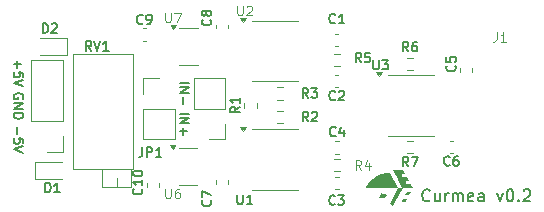
<source format=gbr>
%TF.GenerationSoftware,KiCad,Pcbnew,8.0.1*%
%TF.CreationDate,2024-10-18T10:30:41+02:00*%
%TF.ProjectId,Curmea,4375726d-6561-42e6-9b69-6361645f7063,rev?*%
%TF.SameCoordinates,Original*%
%TF.FileFunction,Legend,Top*%
%TF.FilePolarity,Positive*%
%FSLAX46Y46*%
G04 Gerber Fmt 4.6, Leading zero omitted, Abs format (unit mm)*
G04 Created by KiCad (PCBNEW 8.0.1) date 2024-10-18 10:30:41*
%MOMM*%
%LPD*%
G01*
G04 APERTURE LIST*
%ADD10C,0.150000*%
%ADD11C,0.125000*%
%ADD12C,0.120000*%
%ADD13C,0.000000*%
G04 APERTURE END LIST*
D10*
X149658207Y-86524580D02*
X149610588Y-86572200D01*
X149610588Y-86572200D02*
X149467731Y-86619819D01*
X149467731Y-86619819D02*
X149372493Y-86619819D01*
X149372493Y-86619819D02*
X149229636Y-86572200D01*
X149229636Y-86572200D02*
X149134398Y-86476961D01*
X149134398Y-86476961D02*
X149086779Y-86381723D01*
X149086779Y-86381723D02*
X149039160Y-86191247D01*
X149039160Y-86191247D02*
X149039160Y-86048390D01*
X149039160Y-86048390D02*
X149086779Y-85857914D01*
X149086779Y-85857914D02*
X149134398Y-85762676D01*
X149134398Y-85762676D02*
X149229636Y-85667438D01*
X149229636Y-85667438D02*
X149372493Y-85619819D01*
X149372493Y-85619819D02*
X149467731Y-85619819D01*
X149467731Y-85619819D02*
X149610588Y-85667438D01*
X149610588Y-85667438D02*
X149658207Y-85715057D01*
X150515350Y-85953152D02*
X150515350Y-86619819D01*
X150086779Y-85953152D02*
X150086779Y-86476961D01*
X150086779Y-86476961D02*
X150134398Y-86572200D01*
X150134398Y-86572200D02*
X150229636Y-86619819D01*
X150229636Y-86619819D02*
X150372493Y-86619819D01*
X150372493Y-86619819D02*
X150467731Y-86572200D01*
X150467731Y-86572200D02*
X150515350Y-86524580D01*
X150991541Y-86619819D02*
X150991541Y-85953152D01*
X150991541Y-86143628D02*
X151039160Y-86048390D01*
X151039160Y-86048390D02*
X151086779Y-86000771D01*
X151086779Y-86000771D02*
X151182017Y-85953152D01*
X151182017Y-85953152D02*
X151277255Y-85953152D01*
X151610589Y-86619819D02*
X151610589Y-85953152D01*
X151610589Y-86048390D02*
X151658208Y-86000771D01*
X151658208Y-86000771D02*
X151753446Y-85953152D01*
X151753446Y-85953152D02*
X151896303Y-85953152D01*
X151896303Y-85953152D02*
X151991541Y-86000771D01*
X151991541Y-86000771D02*
X152039160Y-86096009D01*
X152039160Y-86096009D02*
X152039160Y-86619819D01*
X152039160Y-86096009D02*
X152086779Y-86000771D01*
X152086779Y-86000771D02*
X152182017Y-85953152D01*
X152182017Y-85953152D02*
X152324874Y-85953152D01*
X152324874Y-85953152D02*
X152420113Y-86000771D01*
X152420113Y-86000771D02*
X152467732Y-86096009D01*
X152467732Y-86096009D02*
X152467732Y-86619819D01*
X153324874Y-86572200D02*
X153229636Y-86619819D01*
X153229636Y-86619819D02*
X153039160Y-86619819D01*
X153039160Y-86619819D02*
X152943922Y-86572200D01*
X152943922Y-86572200D02*
X152896303Y-86476961D01*
X152896303Y-86476961D02*
X152896303Y-86096009D01*
X152896303Y-86096009D02*
X152943922Y-86000771D01*
X152943922Y-86000771D02*
X153039160Y-85953152D01*
X153039160Y-85953152D02*
X153229636Y-85953152D01*
X153229636Y-85953152D02*
X153324874Y-86000771D01*
X153324874Y-86000771D02*
X153372493Y-86096009D01*
X153372493Y-86096009D02*
X153372493Y-86191247D01*
X153372493Y-86191247D02*
X152896303Y-86286485D01*
X154229636Y-86619819D02*
X154229636Y-86096009D01*
X154229636Y-86096009D02*
X154182017Y-86000771D01*
X154182017Y-86000771D02*
X154086779Y-85953152D01*
X154086779Y-85953152D02*
X153896303Y-85953152D01*
X153896303Y-85953152D02*
X153801065Y-86000771D01*
X154229636Y-86572200D02*
X154134398Y-86619819D01*
X154134398Y-86619819D02*
X153896303Y-86619819D01*
X153896303Y-86619819D02*
X153801065Y-86572200D01*
X153801065Y-86572200D02*
X153753446Y-86476961D01*
X153753446Y-86476961D02*
X153753446Y-86381723D01*
X153753446Y-86381723D02*
X153801065Y-86286485D01*
X153801065Y-86286485D02*
X153896303Y-86238866D01*
X153896303Y-86238866D02*
X154134398Y-86238866D01*
X154134398Y-86238866D02*
X154229636Y-86191247D01*
X155372494Y-85953152D02*
X155610589Y-86619819D01*
X155610589Y-86619819D02*
X155848684Y-85953152D01*
X156420113Y-85619819D02*
X156515351Y-85619819D01*
X156515351Y-85619819D02*
X156610589Y-85667438D01*
X156610589Y-85667438D02*
X156658208Y-85715057D01*
X156658208Y-85715057D02*
X156705827Y-85810295D01*
X156705827Y-85810295D02*
X156753446Y-86000771D01*
X156753446Y-86000771D02*
X156753446Y-86238866D01*
X156753446Y-86238866D02*
X156705827Y-86429342D01*
X156705827Y-86429342D02*
X156658208Y-86524580D01*
X156658208Y-86524580D02*
X156610589Y-86572200D01*
X156610589Y-86572200D02*
X156515351Y-86619819D01*
X156515351Y-86619819D02*
X156420113Y-86619819D01*
X156420113Y-86619819D02*
X156324875Y-86572200D01*
X156324875Y-86572200D02*
X156277256Y-86524580D01*
X156277256Y-86524580D02*
X156229637Y-86429342D01*
X156229637Y-86429342D02*
X156182018Y-86238866D01*
X156182018Y-86238866D02*
X156182018Y-86000771D01*
X156182018Y-86000771D02*
X156229637Y-85810295D01*
X156229637Y-85810295D02*
X156277256Y-85715057D01*
X156277256Y-85715057D02*
X156324875Y-85667438D01*
X156324875Y-85667438D02*
X156420113Y-85619819D01*
X157182018Y-86524580D02*
X157229637Y-86572200D01*
X157229637Y-86572200D02*
X157182018Y-86619819D01*
X157182018Y-86619819D02*
X157134399Y-86572200D01*
X157134399Y-86572200D02*
X157182018Y-86524580D01*
X157182018Y-86524580D02*
X157182018Y-86619819D01*
X157610589Y-85715057D02*
X157658208Y-85667438D01*
X157658208Y-85667438D02*
X157753446Y-85619819D01*
X157753446Y-85619819D02*
X157991541Y-85619819D01*
X157991541Y-85619819D02*
X158086779Y-85667438D01*
X158086779Y-85667438D02*
X158134398Y-85715057D01*
X158134398Y-85715057D02*
X158182017Y-85810295D01*
X158182017Y-85810295D02*
X158182017Y-85905533D01*
X158182017Y-85905533D02*
X158134398Y-86048390D01*
X158134398Y-86048390D02*
X157562970Y-86619819D01*
X157562970Y-86619819D02*
X158182017Y-86619819D01*
X128505704Y-79189160D02*
X129305704Y-79189160D01*
X128505704Y-79570112D02*
X129305704Y-79570112D01*
X129305704Y-79570112D02*
X128505704Y-80027255D01*
X128505704Y-80027255D02*
X129305704Y-80027255D01*
X128810466Y-80408207D02*
X128810466Y-81017731D01*
X128505704Y-80712969D02*
X129115228Y-80712969D01*
X114760466Y-74729160D02*
X114760466Y-75338684D01*
X114455704Y-75033922D02*
X115065228Y-75033922D01*
X115255704Y-76100588D02*
X115255704Y-75719636D01*
X115255704Y-75719636D02*
X114874752Y-75681540D01*
X114874752Y-75681540D02*
X114912847Y-75719636D01*
X114912847Y-75719636D02*
X114950942Y-75795826D01*
X114950942Y-75795826D02*
X114950942Y-75986302D01*
X114950942Y-75986302D02*
X114912847Y-76062493D01*
X114912847Y-76062493D02*
X114874752Y-76100588D01*
X114874752Y-76100588D02*
X114798561Y-76138683D01*
X114798561Y-76138683D02*
X114608085Y-76138683D01*
X114608085Y-76138683D02*
X114531895Y-76100588D01*
X114531895Y-76100588D02*
X114493800Y-76062493D01*
X114493800Y-76062493D02*
X114455704Y-75986302D01*
X114455704Y-75986302D02*
X114455704Y-75795826D01*
X114455704Y-75795826D02*
X114493800Y-75719636D01*
X114493800Y-75719636D02*
X114531895Y-75681540D01*
X115255704Y-76367255D02*
X114455704Y-76633922D01*
X114455704Y-76633922D02*
X115255704Y-76900588D01*
X128505704Y-76589160D02*
X129305704Y-76589160D01*
X128505704Y-76970112D02*
X129305704Y-76970112D01*
X129305704Y-76970112D02*
X128505704Y-77427255D01*
X128505704Y-77427255D02*
X129305704Y-77427255D01*
X128810466Y-77808207D02*
X128810466Y-78417731D01*
X114760466Y-80329160D02*
X114760466Y-80938684D01*
X115255704Y-81700588D02*
X115255704Y-81319636D01*
X115255704Y-81319636D02*
X114874752Y-81281540D01*
X114874752Y-81281540D02*
X114912847Y-81319636D01*
X114912847Y-81319636D02*
X114950942Y-81395826D01*
X114950942Y-81395826D02*
X114950942Y-81586302D01*
X114950942Y-81586302D02*
X114912847Y-81662493D01*
X114912847Y-81662493D02*
X114874752Y-81700588D01*
X114874752Y-81700588D02*
X114798561Y-81738683D01*
X114798561Y-81738683D02*
X114608085Y-81738683D01*
X114608085Y-81738683D02*
X114531895Y-81700588D01*
X114531895Y-81700588D02*
X114493800Y-81662493D01*
X114493800Y-81662493D02*
X114455704Y-81586302D01*
X114455704Y-81586302D02*
X114455704Y-81395826D01*
X114455704Y-81395826D02*
X114493800Y-81319636D01*
X114493800Y-81319636D02*
X114531895Y-81281540D01*
X115255704Y-81967255D02*
X114455704Y-82233922D01*
X114455704Y-82233922D02*
X115255704Y-82500588D01*
X115217609Y-77948207D02*
X115255704Y-77872017D01*
X115255704Y-77872017D02*
X115255704Y-77757731D01*
X115255704Y-77757731D02*
X115217609Y-77643445D01*
X115217609Y-77643445D02*
X115141419Y-77567255D01*
X115141419Y-77567255D02*
X115065228Y-77529160D01*
X115065228Y-77529160D02*
X114912847Y-77491064D01*
X114912847Y-77491064D02*
X114798561Y-77491064D01*
X114798561Y-77491064D02*
X114646180Y-77529160D01*
X114646180Y-77529160D02*
X114569990Y-77567255D01*
X114569990Y-77567255D02*
X114493800Y-77643445D01*
X114493800Y-77643445D02*
X114455704Y-77757731D01*
X114455704Y-77757731D02*
X114455704Y-77833922D01*
X114455704Y-77833922D02*
X114493800Y-77948207D01*
X114493800Y-77948207D02*
X114531895Y-77986303D01*
X114531895Y-77986303D02*
X114798561Y-77986303D01*
X114798561Y-77986303D02*
X114798561Y-77833922D01*
X114455704Y-78329160D02*
X115255704Y-78329160D01*
X115255704Y-78329160D02*
X114455704Y-78786303D01*
X114455704Y-78786303D02*
X115255704Y-78786303D01*
X114455704Y-79167255D02*
X115255704Y-79167255D01*
X115255704Y-79167255D02*
X115255704Y-79357731D01*
X115255704Y-79357731D02*
X115217609Y-79472017D01*
X115217609Y-79472017D02*
X115141419Y-79548207D01*
X115141419Y-79548207D02*
X115065228Y-79586302D01*
X115065228Y-79586302D02*
X114912847Y-79624398D01*
X114912847Y-79624398D02*
X114798561Y-79624398D01*
X114798561Y-79624398D02*
X114646180Y-79586302D01*
X114646180Y-79586302D02*
X114569990Y-79548207D01*
X114569990Y-79548207D02*
X114493800Y-79472017D01*
X114493800Y-79472017D02*
X114455704Y-79357731D01*
X114455704Y-79357731D02*
X114455704Y-79167255D01*
D11*
X127290476Y-85563595D02*
X127290476Y-86211214D01*
X127290476Y-86211214D02*
X127328571Y-86287404D01*
X127328571Y-86287404D02*
X127366666Y-86325500D01*
X127366666Y-86325500D02*
X127442857Y-86363595D01*
X127442857Y-86363595D02*
X127595238Y-86363595D01*
X127595238Y-86363595D02*
X127671428Y-86325500D01*
X127671428Y-86325500D02*
X127709523Y-86287404D01*
X127709523Y-86287404D02*
X127747619Y-86211214D01*
X127747619Y-86211214D02*
X127747619Y-85563595D01*
X128471428Y-85563595D02*
X128319047Y-85563595D01*
X128319047Y-85563595D02*
X128242856Y-85601690D01*
X128242856Y-85601690D02*
X128204761Y-85639785D01*
X128204761Y-85639785D02*
X128128571Y-85754071D01*
X128128571Y-85754071D02*
X128090475Y-85906452D01*
X128090475Y-85906452D02*
X128090475Y-86211214D01*
X128090475Y-86211214D02*
X128128571Y-86287404D01*
X128128571Y-86287404D02*
X128166666Y-86325500D01*
X128166666Y-86325500D02*
X128242856Y-86363595D01*
X128242856Y-86363595D02*
X128395237Y-86363595D01*
X128395237Y-86363595D02*
X128471428Y-86325500D01*
X128471428Y-86325500D02*
X128509523Y-86287404D01*
X128509523Y-86287404D02*
X128547618Y-86211214D01*
X128547618Y-86211214D02*
X128547618Y-86020738D01*
X128547618Y-86020738D02*
X128509523Y-85944547D01*
X128509523Y-85944547D02*
X128471428Y-85906452D01*
X128471428Y-85906452D02*
X128395237Y-85868357D01*
X128395237Y-85868357D02*
X128242856Y-85868357D01*
X128242856Y-85868357D02*
X128166666Y-85906452D01*
X128166666Y-85906452D02*
X128128571Y-85944547D01*
X128128571Y-85944547D02*
X128090475Y-86020738D01*
D10*
X121023810Y-73862295D02*
X120757143Y-73481342D01*
X120566667Y-73862295D02*
X120566667Y-73062295D01*
X120566667Y-73062295D02*
X120871429Y-73062295D01*
X120871429Y-73062295D02*
X120947619Y-73100390D01*
X120947619Y-73100390D02*
X120985714Y-73138485D01*
X120985714Y-73138485D02*
X121023810Y-73214676D01*
X121023810Y-73214676D02*
X121023810Y-73328961D01*
X121023810Y-73328961D02*
X120985714Y-73405152D01*
X120985714Y-73405152D02*
X120947619Y-73443247D01*
X120947619Y-73443247D02*
X120871429Y-73481342D01*
X120871429Y-73481342D02*
X120566667Y-73481342D01*
X121252381Y-73062295D02*
X121519048Y-73862295D01*
X121519048Y-73862295D02*
X121785714Y-73062295D01*
X122471428Y-73862295D02*
X122014285Y-73862295D01*
X122242857Y-73862295D02*
X122242857Y-73062295D01*
X122242857Y-73062295D02*
X122166666Y-73176580D01*
X122166666Y-73176580D02*
X122090476Y-73252771D01*
X122090476Y-73252771D02*
X122014285Y-73290866D01*
X133564468Y-78610005D02*
X133183515Y-78876672D01*
X133564468Y-79067148D02*
X132764468Y-79067148D01*
X132764468Y-79067148D02*
X132764468Y-78762386D01*
X132764468Y-78762386D02*
X132802563Y-78686196D01*
X132802563Y-78686196D02*
X132840658Y-78648101D01*
X132840658Y-78648101D02*
X132916849Y-78610005D01*
X132916849Y-78610005D02*
X133031134Y-78610005D01*
X133031134Y-78610005D02*
X133107325Y-78648101D01*
X133107325Y-78648101D02*
X133145420Y-78686196D01*
X133145420Y-78686196D02*
X133183515Y-78762386D01*
X133183515Y-78762386D02*
X133183515Y-79067148D01*
X133564468Y-77848101D02*
X133564468Y-78305244D01*
X133564468Y-78076672D02*
X132764468Y-78076672D01*
X132764468Y-78076672D02*
X132878753Y-78152863D01*
X132878753Y-78152863D02*
X132954944Y-78229053D01*
X132954944Y-78229053D02*
X132993039Y-78305244D01*
X151786104Y-75133332D02*
X151824200Y-75171428D01*
X151824200Y-75171428D02*
X151862295Y-75285713D01*
X151862295Y-75285713D02*
X151862295Y-75361904D01*
X151862295Y-75361904D02*
X151824200Y-75476190D01*
X151824200Y-75476190D02*
X151748009Y-75552380D01*
X151748009Y-75552380D02*
X151671819Y-75590475D01*
X151671819Y-75590475D02*
X151519438Y-75628571D01*
X151519438Y-75628571D02*
X151405152Y-75628571D01*
X151405152Y-75628571D02*
X151252771Y-75590475D01*
X151252771Y-75590475D02*
X151176580Y-75552380D01*
X151176580Y-75552380D02*
X151100390Y-75476190D01*
X151100390Y-75476190D02*
X151062295Y-75361904D01*
X151062295Y-75361904D02*
X151062295Y-75285713D01*
X151062295Y-75285713D02*
X151100390Y-75171428D01*
X151100390Y-75171428D02*
X151138485Y-75133332D01*
X151062295Y-74409523D02*
X151062295Y-74790475D01*
X151062295Y-74790475D02*
X151443247Y-74828571D01*
X151443247Y-74828571D02*
X151405152Y-74790475D01*
X151405152Y-74790475D02*
X151367057Y-74714285D01*
X151367057Y-74714285D02*
X151367057Y-74523809D01*
X151367057Y-74523809D02*
X151405152Y-74447618D01*
X151405152Y-74447618D02*
X151443247Y-74409523D01*
X151443247Y-74409523D02*
X151519438Y-74371428D01*
X151519438Y-74371428D02*
X151709914Y-74371428D01*
X151709914Y-74371428D02*
X151786104Y-74409523D01*
X151786104Y-74409523D02*
X151824200Y-74447618D01*
X151824200Y-74447618D02*
X151862295Y-74523809D01*
X151862295Y-74523809D02*
X151862295Y-74714285D01*
X151862295Y-74714285D02*
X151824200Y-74790475D01*
X151824200Y-74790475D02*
X151786104Y-74828571D01*
X139366667Y-79862295D02*
X139100000Y-79481342D01*
X138909524Y-79862295D02*
X138909524Y-79062295D01*
X138909524Y-79062295D02*
X139214286Y-79062295D01*
X139214286Y-79062295D02*
X139290476Y-79100390D01*
X139290476Y-79100390D02*
X139328571Y-79138485D01*
X139328571Y-79138485D02*
X139366667Y-79214676D01*
X139366667Y-79214676D02*
X139366667Y-79328961D01*
X139366667Y-79328961D02*
X139328571Y-79405152D01*
X139328571Y-79405152D02*
X139290476Y-79443247D01*
X139290476Y-79443247D02*
X139214286Y-79481342D01*
X139214286Y-79481342D02*
X138909524Y-79481342D01*
X139671428Y-79138485D02*
X139709524Y-79100390D01*
X139709524Y-79100390D02*
X139785714Y-79062295D01*
X139785714Y-79062295D02*
X139976190Y-79062295D01*
X139976190Y-79062295D02*
X140052381Y-79100390D01*
X140052381Y-79100390D02*
X140090476Y-79138485D01*
X140090476Y-79138485D02*
X140128571Y-79214676D01*
X140128571Y-79214676D02*
X140128571Y-79290866D01*
X140128571Y-79290866D02*
X140090476Y-79405152D01*
X140090476Y-79405152D02*
X139633333Y-79862295D01*
X139633333Y-79862295D02*
X140128571Y-79862295D01*
X143866667Y-74862295D02*
X143600000Y-74481342D01*
X143409524Y-74862295D02*
X143409524Y-74062295D01*
X143409524Y-74062295D02*
X143714286Y-74062295D01*
X143714286Y-74062295D02*
X143790476Y-74100390D01*
X143790476Y-74100390D02*
X143828571Y-74138485D01*
X143828571Y-74138485D02*
X143866667Y-74214676D01*
X143866667Y-74214676D02*
X143866667Y-74328961D01*
X143866667Y-74328961D02*
X143828571Y-74405152D01*
X143828571Y-74405152D02*
X143790476Y-74443247D01*
X143790476Y-74443247D02*
X143714286Y-74481342D01*
X143714286Y-74481342D02*
X143409524Y-74481342D01*
X144590476Y-74062295D02*
X144209524Y-74062295D01*
X144209524Y-74062295D02*
X144171428Y-74443247D01*
X144171428Y-74443247D02*
X144209524Y-74405152D01*
X144209524Y-74405152D02*
X144285714Y-74367057D01*
X144285714Y-74367057D02*
X144476190Y-74367057D01*
X144476190Y-74367057D02*
X144552381Y-74405152D01*
X144552381Y-74405152D02*
X144590476Y-74443247D01*
X144590476Y-74443247D02*
X144628571Y-74519438D01*
X144628571Y-74519438D02*
X144628571Y-74709914D01*
X144628571Y-74709914D02*
X144590476Y-74786104D01*
X144590476Y-74786104D02*
X144552381Y-74824200D01*
X144552381Y-74824200D02*
X144476190Y-74862295D01*
X144476190Y-74862295D02*
X144285714Y-74862295D01*
X144285714Y-74862295D02*
X144209524Y-74824200D01*
X144209524Y-74824200D02*
X144171428Y-74786104D01*
X139366667Y-77862295D02*
X139100000Y-77481342D01*
X138909524Y-77862295D02*
X138909524Y-77062295D01*
X138909524Y-77062295D02*
X139214286Y-77062295D01*
X139214286Y-77062295D02*
X139290476Y-77100390D01*
X139290476Y-77100390D02*
X139328571Y-77138485D01*
X139328571Y-77138485D02*
X139366667Y-77214676D01*
X139366667Y-77214676D02*
X139366667Y-77328961D01*
X139366667Y-77328961D02*
X139328571Y-77405152D01*
X139328571Y-77405152D02*
X139290476Y-77443247D01*
X139290476Y-77443247D02*
X139214286Y-77481342D01*
X139214286Y-77481342D02*
X138909524Y-77481342D01*
X139633333Y-77062295D02*
X140128571Y-77062295D01*
X140128571Y-77062295D02*
X139861905Y-77367057D01*
X139861905Y-77367057D02*
X139976190Y-77367057D01*
X139976190Y-77367057D02*
X140052381Y-77405152D01*
X140052381Y-77405152D02*
X140090476Y-77443247D01*
X140090476Y-77443247D02*
X140128571Y-77519438D01*
X140128571Y-77519438D02*
X140128571Y-77709914D01*
X140128571Y-77709914D02*
X140090476Y-77786104D01*
X140090476Y-77786104D02*
X140052381Y-77824200D01*
X140052381Y-77824200D02*
X139976190Y-77862295D01*
X139976190Y-77862295D02*
X139747619Y-77862295D01*
X139747619Y-77862295D02*
X139671428Y-77824200D01*
X139671428Y-77824200D02*
X139633333Y-77786104D01*
X125333333Y-82062295D02*
X125333333Y-82633723D01*
X125333333Y-82633723D02*
X125295238Y-82748009D01*
X125295238Y-82748009D02*
X125219047Y-82824200D01*
X125219047Y-82824200D02*
X125104762Y-82862295D01*
X125104762Y-82862295D02*
X125028571Y-82862295D01*
X125714286Y-82862295D02*
X125714286Y-82062295D01*
X125714286Y-82062295D02*
X126019048Y-82062295D01*
X126019048Y-82062295D02*
X126095238Y-82100390D01*
X126095238Y-82100390D02*
X126133333Y-82138485D01*
X126133333Y-82138485D02*
X126171429Y-82214676D01*
X126171429Y-82214676D02*
X126171429Y-82328961D01*
X126171429Y-82328961D02*
X126133333Y-82405152D01*
X126133333Y-82405152D02*
X126095238Y-82443247D01*
X126095238Y-82443247D02*
X126019048Y-82481342D01*
X126019048Y-82481342D02*
X125714286Y-82481342D01*
X126933333Y-82862295D02*
X126476190Y-82862295D01*
X126704762Y-82862295D02*
X126704762Y-82062295D01*
X126704762Y-82062295D02*
X126628571Y-82176580D01*
X126628571Y-82176580D02*
X126552381Y-82252771D01*
X126552381Y-82252771D02*
X126476190Y-82290866D01*
X125269258Y-85544927D02*
X125307354Y-85583023D01*
X125307354Y-85583023D02*
X125345449Y-85697308D01*
X125345449Y-85697308D02*
X125345449Y-85773499D01*
X125345449Y-85773499D02*
X125307354Y-85887785D01*
X125307354Y-85887785D02*
X125231163Y-85963975D01*
X125231163Y-85963975D02*
X125154973Y-86002070D01*
X125154973Y-86002070D02*
X125002592Y-86040166D01*
X125002592Y-86040166D02*
X124888306Y-86040166D01*
X124888306Y-86040166D02*
X124735925Y-86002070D01*
X124735925Y-86002070D02*
X124659734Y-85963975D01*
X124659734Y-85963975D02*
X124583544Y-85887785D01*
X124583544Y-85887785D02*
X124545449Y-85773499D01*
X124545449Y-85773499D02*
X124545449Y-85697308D01*
X124545449Y-85697308D02*
X124583544Y-85583023D01*
X124583544Y-85583023D02*
X124621639Y-85544927D01*
X125345449Y-84783023D02*
X125345449Y-85240166D01*
X125345449Y-85011594D02*
X124545449Y-85011594D01*
X124545449Y-85011594D02*
X124659734Y-85087785D01*
X124659734Y-85087785D02*
X124735925Y-85163975D01*
X124735925Y-85163975D02*
X124774020Y-85240166D01*
X124545449Y-84287784D02*
X124545449Y-84211594D01*
X124545449Y-84211594D02*
X124583544Y-84135403D01*
X124583544Y-84135403D02*
X124621639Y-84097308D01*
X124621639Y-84097308D02*
X124697830Y-84059213D01*
X124697830Y-84059213D02*
X124850211Y-84021118D01*
X124850211Y-84021118D02*
X125040687Y-84021118D01*
X125040687Y-84021118D02*
X125193068Y-84059213D01*
X125193068Y-84059213D02*
X125269258Y-84097308D01*
X125269258Y-84097308D02*
X125307354Y-84135403D01*
X125307354Y-84135403D02*
X125345449Y-84211594D01*
X125345449Y-84211594D02*
X125345449Y-84287784D01*
X125345449Y-84287784D02*
X125307354Y-84363975D01*
X125307354Y-84363975D02*
X125269258Y-84402070D01*
X125269258Y-84402070D02*
X125193068Y-84440165D01*
X125193068Y-84440165D02*
X125040687Y-84478261D01*
X125040687Y-84478261D02*
X124850211Y-84478261D01*
X124850211Y-84478261D02*
X124697830Y-84440165D01*
X124697830Y-84440165D02*
X124621639Y-84402070D01*
X124621639Y-84402070D02*
X124583544Y-84363975D01*
X124583544Y-84363975D02*
X124545449Y-84287784D01*
X144890476Y-74657295D02*
X144890476Y-75304914D01*
X144890476Y-75304914D02*
X144928571Y-75381104D01*
X144928571Y-75381104D02*
X144966666Y-75419200D01*
X144966666Y-75419200D02*
X145042857Y-75457295D01*
X145042857Y-75457295D02*
X145195238Y-75457295D01*
X145195238Y-75457295D02*
X145271428Y-75419200D01*
X145271428Y-75419200D02*
X145309523Y-75381104D01*
X145309523Y-75381104D02*
X145347619Y-75304914D01*
X145347619Y-75304914D02*
X145347619Y-74657295D01*
X145652380Y-74657295D02*
X146147618Y-74657295D01*
X146147618Y-74657295D02*
X145880952Y-74962057D01*
X145880952Y-74962057D02*
X145995237Y-74962057D01*
X145995237Y-74962057D02*
X146071428Y-75000152D01*
X146071428Y-75000152D02*
X146109523Y-75038247D01*
X146109523Y-75038247D02*
X146147618Y-75114438D01*
X146147618Y-75114438D02*
X146147618Y-75304914D01*
X146147618Y-75304914D02*
X146109523Y-75381104D01*
X146109523Y-75381104D02*
X146071428Y-75419200D01*
X146071428Y-75419200D02*
X145995237Y-75457295D01*
X145995237Y-75457295D02*
X145766666Y-75457295D01*
X145766666Y-75457295D02*
X145690475Y-75419200D01*
X145690475Y-75419200D02*
X145652380Y-75381104D01*
D11*
X143866667Y-83931841D02*
X143600000Y-83550888D01*
X143409524Y-83931841D02*
X143409524Y-83131841D01*
X143409524Y-83131841D02*
X143714286Y-83131841D01*
X143714286Y-83131841D02*
X143790476Y-83169936D01*
X143790476Y-83169936D02*
X143828571Y-83208031D01*
X143828571Y-83208031D02*
X143866667Y-83284222D01*
X143866667Y-83284222D02*
X143866667Y-83398507D01*
X143866667Y-83398507D02*
X143828571Y-83474698D01*
X143828571Y-83474698D02*
X143790476Y-83512793D01*
X143790476Y-83512793D02*
X143714286Y-83550888D01*
X143714286Y-83550888D02*
X143409524Y-83550888D01*
X144552381Y-83398507D02*
X144552381Y-83931841D01*
X144361905Y-83093746D02*
X144171428Y-83665174D01*
X144171428Y-83665174D02*
X144666667Y-83665174D01*
D10*
X141666667Y-71486104D02*
X141628571Y-71524200D01*
X141628571Y-71524200D02*
X141514286Y-71562295D01*
X141514286Y-71562295D02*
X141438095Y-71562295D01*
X141438095Y-71562295D02*
X141323809Y-71524200D01*
X141323809Y-71524200D02*
X141247619Y-71448009D01*
X141247619Y-71448009D02*
X141209524Y-71371819D01*
X141209524Y-71371819D02*
X141171428Y-71219438D01*
X141171428Y-71219438D02*
X141171428Y-71105152D01*
X141171428Y-71105152D02*
X141209524Y-70952771D01*
X141209524Y-70952771D02*
X141247619Y-70876580D01*
X141247619Y-70876580D02*
X141323809Y-70800390D01*
X141323809Y-70800390D02*
X141438095Y-70762295D01*
X141438095Y-70762295D02*
X141514286Y-70762295D01*
X141514286Y-70762295D02*
X141628571Y-70800390D01*
X141628571Y-70800390D02*
X141666667Y-70838485D01*
X142428571Y-71562295D02*
X141971428Y-71562295D01*
X142200000Y-71562295D02*
X142200000Y-70762295D01*
X142200000Y-70762295D02*
X142123809Y-70876580D01*
X142123809Y-70876580D02*
X142047619Y-70952771D01*
X142047619Y-70952771D02*
X141971428Y-70990866D01*
D11*
X133390476Y-70063595D02*
X133390476Y-70711214D01*
X133390476Y-70711214D02*
X133428571Y-70787404D01*
X133428571Y-70787404D02*
X133466666Y-70825500D01*
X133466666Y-70825500D02*
X133542857Y-70863595D01*
X133542857Y-70863595D02*
X133695238Y-70863595D01*
X133695238Y-70863595D02*
X133771428Y-70825500D01*
X133771428Y-70825500D02*
X133809523Y-70787404D01*
X133809523Y-70787404D02*
X133847619Y-70711214D01*
X133847619Y-70711214D02*
X133847619Y-70063595D01*
X134190475Y-70139785D02*
X134228571Y-70101690D01*
X134228571Y-70101690D02*
X134304761Y-70063595D01*
X134304761Y-70063595D02*
X134495237Y-70063595D01*
X134495237Y-70063595D02*
X134571428Y-70101690D01*
X134571428Y-70101690D02*
X134609523Y-70139785D01*
X134609523Y-70139785D02*
X134647618Y-70215976D01*
X134647618Y-70215976D02*
X134647618Y-70292166D01*
X134647618Y-70292166D02*
X134609523Y-70406452D01*
X134609523Y-70406452D02*
X134152380Y-70863595D01*
X134152380Y-70863595D02*
X134647618Y-70863595D01*
D10*
X147866667Y-73932295D02*
X147600000Y-73551342D01*
X147409524Y-73932295D02*
X147409524Y-73132295D01*
X147409524Y-73132295D02*
X147714286Y-73132295D01*
X147714286Y-73132295D02*
X147790476Y-73170390D01*
X147790476Y-73170390D02*
X147828571Y-73208485D01*
X147828571Y-73208485D02*
X147866667Y-73284676D01*
X147866667Y-73284676D02*
X147866667Y-73398961D01*
X147866667Y-73398961D02*
X147828571Y-73475152D01*
X147828571Y-73475152D02*
X147790476Y-73513247D01*
X147790476Y-73513247D02*
X147714286Y-73551342D01*
X147714286Y-73551342D02*
X147409524Y-73551342D01*
X148552381Y-73132295D02*
X148400000Y-73132295D01*
X148400000Y-73132295D02*
X148323809Y-73170390D01*
X148323809Y-73170390D02*
X148285714Y-73208485D01*
X148285714Y-73208485D02*
X148209524Y-73322771D01*
X148209524Y-73322771D02*
X148171428Y-73475152D01*
X148171428Y-73475152D02*
X148171428Y-73779914D01*
X148171428Y-73779914D02*
X148209524Y-73856104D01*
X148209524Y-73856104D02*
X148247619Y-73894200D01*
X148247619Y-73894200D02*
X148323809Y-73932295D01*
X148323809Y-73932295D02*
X148476190Y-73932295D01*
X148476190Y-73932295D02*
X148552381Y-73894200D01*
X148552381Y-73894200D02*
X148590476Y-73856104D01*
X148590476Y-73856104D02*
X148628571Y-73779914D01*
X148628571Y-73779914D02*
X148628571Y-73589438D01*
X148628571Y-73589438D02*
X148590476Y-73513247D01*
X148590476Y-73513247D02*
X148552381Y-73475152D01*
X148552381Y-73475152D02*
X148476190Y-73437057D01*
X148476190Y-73437057D02*
X148323809Y-73437057D01*
X148323809Y-73437057D02*
X148247619Y-73475152D01*
X148247619Y-73475152D02*
X148209524Y-73513247D01*
X148209524Y-73513247D02*
X148171428Y-73589438D01*
X141688851Y-81054350D02*
X141650755Y-81092446D01*
X141650755Y-81092446D02*
X141536470Y-81130541D01*
X141536470Y-81130541D02*
X141460279Y-81130541D01*
X141460279Y-81130541D02*
X141345993Y-81092446D01*
X141345993Y-81092446D02*
X141269803Y-81016255D01*
X141269803Y-81016255D02*
X141231708Y-80940065D01*
X141231708Y-80940065D02*
X141193612Y-80787684D01*
X141193612Y-80787684D02*
X141193612Y-80673398D01*
X141193612Y-80673398D02*
X141231708Y-80521017D01*
X141231708Y-80521017D02*
X141269803Y-80444826D01*
X141269803Y-80444826D02*
X141345993Y-80368636D01*
X141345993Y-80368636D02*
X141460279Y-80330541D01*
X141460279Y-80330541D02*
X141536470Y-80330541D01*
X141536470Y-80330541D02*
X141650755Y-80368636D01*
X141650755Y-80368636D02*
X141688851Y-80406731D01*
X142374565Y-80597207D02*
X142374565Y-81130541D01*
X142184089Y-80292446D02*
X141993612Y-80863874D01*
X141993612Y-80863874D02*
X142488851Y-80863874D01*
D11*
X155333333Y-72313595D02*
X155333333Y-72885023D01*
X155333333Y-72885023D02*
X155295238Y-72999309D01*
X155295238Y-72999309D02*
X155219047Y-73075500D01*
X155219047Y-73075500D02*
X155104762Y-73113595D01*
X155104762Y-73113595D02*
X155028571Y-73113595D01*
X156133333Y-73113595D02*
X155676190Y-73113595D01*
X155904762Y-73113595D02*
X155904762Y-72313595D01*
X155904762Y-72313595D02*
X155828571Y-72427880D01*
X155828571Y-72427880D02*
X155752381Y-72504071D01*
X155752381Y-72504071D02*
X155676190Y-72542166D01*
D10*
X116909524Y-72362295D02*
X116909524Y-71562295D01*
X116909524Y-71562295D02*
X117100000Y-71562295D01*
X117100000Y-71562295D02*
X117214286Y-71600390D01*
X117214286Y-71600390D02*
X117290476Y-71676580D01*
X117290476Y-71676580D02*
X117328571Y-71752771D01*
X117328571Y-71752771D02*
X117366667Y-71905152D01*
X117366667Y-71905152D02*
X117366667Y-72019438D01*
X117366667Y-72019438D02*
X117328571Y-72171819D01*
X117328571Y-72171819D02*
X117290476Y-72248009D01*
X117290476Y-72248009D02*
X117214286Y-72324200D01*
X117214286Y-72324200D02*
X117100000Y-72362295D01*
X117100000Y-72362295D02*
X116909524Y-72362295D01*
X117671428Y-71638485D02*
X117709524Y-71600390D01*
X117709524Y-71600390D02*
X117785714Y-71562295D01*
X117785714Y-71562295D02*
X117976190Y-71562295D01*
X117976190Y-71562295D02*
X118052381Y-71600390D01*
X118052381Y-71600390D02*
X118090476Y-71638485D01*
X118090476Y-71638485D02*
X118128571Y-71714676D01*
X118128571Y-71714676D02*
X118128571Y-71790866D01*
X118128571Y-71790866D02*
X118090476Y-71905152D01*
X118090476Y-71905152D02*
X117633333Y-72362295D01*
X117633333Y-72362295D02*
X118128571Y-72362295D01*
X151366667Y-83523819D02*
X151328571Y-83561915D01*
X151328571Y-83561915D02*
X151214286Y-83600010D01*
X151214286Y-83600010D02*
X151138095Y-83600010D01*
X151138095Y-83600010D02*
X151023809Y-83561915D01*
X151023809Y-83561915D02*
X150947619Y-83485724D01*
X150947619Y-83485724D02*
X150909524Y-83409534D01*
X150909524Y-83409534D02*
X150871428Y-83257153D01*
X150871428Y-83257153D02*
X150871428Y-83142867D01*
X150871428Y-83142867D02*
X150909524Y-82990486D01*
X150909524Y-82990486D02*
X150947619Y-82914295D01*
X150947619Y-82914295D02*
X151023809Y-82838105D01*
X151023809Y-82838105D02*
X151138095Y-82800010D01*
X151138095Y-82800010D02*
X151214286Y-82800010D01*
X151214286Y-82800010D02*
X151328571Y-82838105D01*
X151328571Y-82838105D02*
X151366667Y-82876200D01*
X152052381Y-82800010D02*
X151900000Y-82800010D01*
X151900000Y-82800010D02*
X151823809Y-82838105D01*
X151823809Y-82838105D02*
X151785714Y-82876200D01*
X151785714Y-82876200D02*
X151709524Y-82990486D01*
X151709524Y-82990486D02*
X151671428Y-83142867D01*
X151671428Y-83142867D02*
X151671428Y-83447629D01*
X151671428Y-83447629D02*
X151709524Y-83523819D01*
X151709524Y-83523819D02*
X151747619Y-83561915D01*
X151747619Y-83561915D02*
X151823809Y-83600010D01*
X151823809Y-83600010D02*
X151976190Y-83600010D01*
X151976190Y-83600010D02*
X152052381Y-83561915D01*
X152052381Y-83561915D02*
X152090476Y-83523819D01*
X152090476Y-83523819D02*
X152128571Y-83447629D01*
X152128571Y-83447629D02*
X152128571Y-83257153D01*
X152128571Y-83257153D02*
X152090476Y-83180962D01*
X152090476Y-83180962D02*
X152052381Y-83142867D01*
X152052381Y-83142867D02*
X151976190Y-83104772D01*
X151976190Y-83104772D02*
X151823809Y-83104772D01*
X151823809Y-83104772D02*
X151747619Y-83142867D01*
X151747619Y-83142867D02*
X151709524Y-83180962D01*
X151709524Y-83180962D02*
X151671428Y-83257153D01*
D11*
X127290476Y-70663595D02*
X127290476Y-71311214D01*
X127290476Y-71311214D02*
X127328571Y-71387404D01*
X127328571Y-71387404D02*
X127366666Y-71425500D01*
X127366666Y-71425500D02*
X127442857Y-71463595D01*
X127442857Y-71463595D02*
X127595238Y-71463595D01*
X127595238Y-71463595D02*
X127671428Y-71425500D01*
X127671428Y-71425500D02*
X127709523Y-71387404D01*
X127709523Y-71387404D02*
X127747619Y-71311214D01*
X127747619Y-71311214D02*
X127747619Y-70663595D01*
X128052380Y-70663595D02*
X128585714Y-70663595D01*
X128585714Y-70663595D02*
X128242856Y-71463595D01*
D10*
X141638851Y-86854350D02*
X141600755Y-86892446D01*
X141600755Y-86892446D02*
X141486470Y-86930541D01*
X141486470Y-86930541D02*
X141410279Y-86930541D01*
X141410279Y-86930541D02*
X141295993Y-86892446D01*
X141295993Y-86892446D02*
X141219803Y-86816255D01*
X141219803Y-86816255D02*
X141181708Y-86740065D01*
X141181708Y-86740065D02*
X141143612Y-86587684D01*
X141143612Y-86587684D02*
X141143612Y-86473398D01*
X141143612Y-86473398D02*
X141181708Y-86321017D01*
X141181708Y-86321017D02*
X141219803Y-86244826D01*
X141219803Y-86244826D02*
X141295993Y-86168636D01*
X141295993Y-86168636D02*
X141410279Y-86130541D01*
X141410279Y-86130541D02*
X141486470Y-86130541D01*
X141486470Y-86130541D02*
X141600755Y-86168636D01*
X141600755Y-86168636D02*
X141638851Y-86206731D01*
X141905517Y-86130541D02*
X142400755Y-86130541D01*
X142400755Y-86130541D02*
X142134089Y-86435303D01*
X142134089Y-86435303D02*
X142248374Y-86435303D01*
X142248374Y-86435303D02*
X142324565Y-86473398D01*
X142324565Y-86473398D02*
X142362660Y-86511493D01*
X142362660Y-86511493D02*
X142400755Y-86587684D01*
X142400755Y-86587684D02*
X142400755Y-86778160D01*
X142400755Y-86778160D02*
X142362660Y-86854350D01*
X142362660Y-86854350D02*
X142324565Y-86892446D01*
X142324565Y-86892446D02*
X142248374Y-86930541D01*
X142248374Y-86930541D02*
X142019803Y-86930541D01*
X142019803Y-86930541D02*
X141943612Y-86892446D01*
X141943612Y-86892446D02*
X141905517Y-86854350D01*
X133390476Y-86062295D02*
X133390476Y-86709914D01*
X133390476Y-86709914D02*
X133428571Y-86786104D01*
X133428571Y-86786104D02*
X133466666Y-86824200D01*
X133466666Y-86824200D02*
X133542857Y-86862295D01*
X133542857Y-86862295D02*
X133695238Y-86862295D01*
X133695238Y-86862295D02*
X133771428Y-86824200D01*
X133771428Y-86824200D02*
X133809523Y-86786104D01*
X133809523Y-86786104D02*
X133847619Y-86709914D01*
X133847619Y-86709914D02*
X133847619Y-86062295D01*
X134647618Y-86862295D02*
X134190475Y-86862295D01*
X134419047Y-86862295D02*
X134419047Y-86062295D01*
X134419047Y-86062295D02*
X134342856Y-86176580D01*
X134342856Y-86176580D02*
X134266666Y-86252771D01*
X134266666Y-86252771D02*
X134190475Y-86290866D01*
X141666667Y-77986104D02*
X141628571Y-78024200D01*
X141628571Y-78024200D02*
X141514286Y-78062295D01*
X141514286Y-78062295D02*
X141438095Y-78062295D01*
X141438095Y-78062295D02*
X141323809Y-78024200D01*
X141323809Y-78024200D02*
X141247619Y-77948009D01*
X141247619Y-77948009D02*
X141209524Y-77871819D01*
X141209524Y-77871819D02*
X141171428Y-77719438D01*
X141171428Y-77719438D02*
X141171428Y-77605152D01*
X141171428Y-77605152D02*
X141209524Y-77452771D01*
X141209524Y-77452771D02*
X141247619Y-77376580D01*
X141247619Y-77376580D02*
X141323809Y-77300390D01*
X141323809Y-77300390D02*
X141438095Y-77262295D01*
X141438095Y-77262295D02*
X141514286Y-77262295D01*
X141514286Y-77262295D02*
X141628571Y-77300390D01*
X141628571Y-77300390D02*
X141666667Y-77338485D01*
X141971428Y-77338485D02*
X142009524Y-77300390D01*
X142009524Y-77300390D02*
X142085714Y-77262295D01*
X142085714Y-77262295D02*
X142276190Y-77262295D01*
X142276190Y-77262295D02*
X142352381Y-77300390D01*
X142352381Y-77300390D02*
X142390476Y-77338485D01*
X142390476Y-77338485D02*
X142428571Y-77414676D01*
X142428571Y-77414676D02*
X142428571Y-77490866D01*
X142428571Y-77490866D02*
X142390476Y-77605152D01*
X142390476Y-77605152D02*
X141933333Y-78062295D01*
X141933333Y-78062295D02*
X142428571Y-78062295D01*
X131109154Y-86530289D02*
X131147250Y-86568385D01*
X131147250Y-86568385D02*
X131185345Y-86682670D01*
X131185345Y-86682670D02*
X131185345Y-86758861D01*
X131185345Y-86758861D02*
X131147250Y-86873147D01*
X131147250Y-86873147D02*
X131071059Y-86949337D01*
X131071059Y-86949337D02*
X130994869Y-86987432D01*
X130994869Y-86987432D02*
X130842488Y-87025528D01*
X130842488Y-87025528D02*
X130728202Y-87025528D01*
X130728202Y-87025528D02*
X130575821Y-86987432D01*
X130575821Y-86987432D02*
X130499630Y-86949337D01*
X130499630Y-86949337D02*
X130423440Y-86873147D01*
X130423440Y-86873147D02*
X130385345Y-86758861D01*
X130385345Y-86758861D02*
X130385345Y-86682670D01*
X130385345Y-86682670D02*
X130423440Y-86568385D01*
X130423440Y-86568385D02*
X130461535Y-86530289D01*
X130385345Y-86263623D02*
X130385345Y-85730289D01*
X130385345Y-85730289D02*
X131185345Y-86073147D01*
X117122024Y-85862295D02*
X117122024Y-85062295D01*
X117122024Y-85062295D02*
X117312500Y-85062295D01*
X117312500Y-85062295D02*
X117426786Y-85100390D01*
X117426786Y-85100390D02*
X117502976Y-85176580D01*
X117502976Y-85176580D02*
X117541071Y-85252771D01*
X117541071Y-85252771D02*
X117579167Y-85405152D01*
X117579167Y-85405152D02*
X117579167Y-85519438D01*
X117579167Y-85519438D02*
X117541071Y-85671819D01*
X117541071Y-85671819D02*
X117502976Y-85748009D01*
X117502976Y-85748009D02*
X117426786Y-85824200D01*
X117426786Y-85824200D02*
X117312500Y-85862295D01*
X117312500Y-85862295D02*
X117122024Y-85862295D01*
X118341071Y-85862295D02*
X117883928Y-85862295D01*
X118112500Y-85862295D02*
X118112500Y-85062295D01*
X118112500Y-85062295D02*
X118036309Y-85176580D01*
X118036309Y-85176580D02*
X117960119Y-85252771D01*
X117960119Y-85252771D02*
X117883928Y-85290866D01*
X147868828Y-83666895D02*
X147602161Y-83285942D01*
X147411685Y-83666895D02*
X147411685Y-82866895D01*
X147411685Y-82866895D02*
X147716447Y-82866895D01*
X147716447Y-82866895D02*
X147792637Y-82904990D01*
X147792637Y-82904990D02*
X147830732Y-82943085D01*
X147830732Y-82943085D02*
X147868828Y-83019276D01*
X147868828Y-83019276D02*
X147868828Y-83133561D01*
X147868828Y-83133561D02*
X147830732Y-83209752D01*
X147830732Y-83209752D02*
X147792637Y-83247847D01*
X147792637Y-83247847D02*
X147716447Y-83285942D01*
X147716447Y-83285942D02*
X147411685Y-83285942D01*
X148135494Y-82866895D02*
X148668828Y-82866895D01*
X148668828Y-82866895D02*
X148325970Y-83666895D01*
X131086104Y-71233332D02*
X131124200Y-71271428D01*
X131124200Y-71271428D02*
X131162295Y-71385713D01*
X131162295Y-71385713D02*
X131162295Y-71461904D01*
X131162295Y-71461904D02*
X131124200Y-71576190D01*
X131124200Y-71576190D02*
X131048009Y-71652380D01*
X131048009Y-71652380D02*
X130971819Y-71690475D01*
X130971819Y-71690475D02*
X130819438Y-71728571D01*
X130819438Y-71728571D02*
X130705152Y-71728571D01*
X130705152Y-71728571D02*
X130552771Y-71690475D01*
X130552771Y-71690475D02*
X130476580Y-71652380D01*
X130476580Y-71652380D02*
X130400390Y-71576190D01*
X130400390Y-71576190D02*
X130362295Y-71461904D01*
X130362295Y-71461904D02*
X130362295Y-71385713D01*
X130362295Y-71385713D02*
X130400390Y-71271428D01*
X130400390Y-71271428D02*
X130438485Y-71233332D01*
X130705152Y-70776190D02*
X130667057Y-70852380D01*
X130667057Y-70852380D02*
X130628961Y-70890475D01*
X130628961Y-70890475D02*
X130552771Y-70928571D01*
X130552771Y-70928571D02*
X130514676Y-70928571D01*
X130514676Y-70928571D02*
X130438485Y-70890475D01*
X130438485Y-70890475D02*
X130400390Y-70852380D01*
X130400390Y-70852380D02*
X130362295Y-70776190D01*
X130362295Y-70776190D02*
X130362295Y-70623809D01*
X130362295Y-70623809D02*
X130400390Y-70547618D01*
X130400390Y-70547618D02*
X130438485Y-70509523D01*
X130438485Y-70509523D02*
X130514676Y-70471428D01*
X130514676Y-70471428D02*
X130552771Y-70471428D01*
X130552771Y-70471428D02*
X130628961Y-70509523D01*
X130628961Y-70509523D02*
X130667057Y-70547618D01*
X130667057Y-70547618D02*
X130705152Y-70623809D01*
X130705152Y-70623809D02*
X130705152Y-70776190D01*
X130705152Y-70776190D02*
X130743247Y-70852380D01*
X130743247Y-70852380D02*
X130781342Y-70890475D01*
X130781342Y-70890475D02*
X130857533Y-70928571D01*
X130857533Y-70928571D02*
X131009914Y-70928571D01*
X131009914Y-70928571D02*
X131086104Y-70890475D01*
X131086104Y-70890475D02*
X131124200Y-70852380D01*
X131124200Y-70852380D02*
X131162295Y-70776190D01*
X131162295Y-70776190D02*
X131162295Y-70623809D01*
X131162295Y-70623809D02*
X131124200Y-70547618D01*
X131124200Y-70547618D02*
X131086104Y-70509523D01*
X131086104Y-70509523D02*
X131009914Y-70471428D01*
X131009914Y-70471428D02*
X130857533Y-70471428D01*
X130857533Y-70471428D02*
X130781342Y-70509523D01*
X130781342Y-70509523D02*
X130743247Y-70547618D01*
X130743247Y-70547618D02*
X130705152Y-70623809D01*
X125366667Y-71536104D02*
X125328571Y-71574200D01*
X125328571Y-71574200D02*
X125214286Y-71612295D01*
X125214286Y-71612295D02*
X125138095Y-71612295D01*
X125138095Y-71612295D02*
X125023809Y-71574200D01*
X125023809Y-71574200D02*
X124947619Y-71498009D01*
X124947619Y-71498009D02*
X124909524Y-71421819D01*
X124909524Y-71421819D02*
X124871428Y-71269438D01*
X124871428Y-71269438D02*
X124871428Y-71155152D01*
X124871428Y-71155152D02*
X124909524Y-71002771D01*
X124909524Y-71002771D02*
X124947619Y-70926580D01*
X124947619Y-70926580D02*
X125023809Y-70850390D01*
X125023809Y-70850390D02*
X125138095Y-70812295D01*
X125138095Y-70812295D02*
X125214286Y-70812295D01*
X125214286Y-70812295D02*
X125328571Y-70850390D01*
X125328571Y-70850390D02*
X125366667Y-70888485D01*
X125747619Y-71612295D02*
X125900000Y-71612295D01*
X125900000Y-71612295D02*
X125976190Y-71574200D01*
X125976190Y-71574200D02*
X126014286Y-71536104D01*
X126014286Y-71536104D02*
X126090476Y-71421819D01*
X126090476Y-71421819D02*
X126128571Y-71269438D01*
X126128571Y-71269438D02*
X126128571Y-70964676D01*
X126128571Y-70964676D02*
X126090476Y-70888485D01*
X126090476Y-70888485D02*
X126052381Y-70850390D01*
X126052381Y-70850390D02*
X125976190Y-70812295D01*
X125976190Y-70812295D02*
X125823809Y-70812295D01*
X125823809Y-70812295D02*
X125747619Y-70850390D01*
X125747619Y-70850390D02*
X125709524Y-70888485D01*
X125709524Y-70888485D02*
X125671428Y-70964676D01*
X125671428Y-70964676D02*
X125671428Y-71155152D01*
X125671428Y-71155152D02*
X125709524Y-71231342D01*
X125709524Y-71231342D02*
X125747619Y-71269438D01*
X125747619Y-71269438D02*
X125823809Y-71307533D01*
X125823809Y-71307533D02*
X125976190Y-71307533D01*
X125976190Y-71307533D02*
X126052381Y-71269438D01*
X126052381Y-71269438D02*
X126090476Y-71231342D01*
X126090476Y-71231342D02*
X126128571Y-71155152D01*
D12*
%TO.C,U6*%
X129200000Y-82140000D02*
X128400000Y-82140000D01*
X129200000Y-82140000D02*
X130000000Y-82140000D01*
X129200000Y-85260000D02*
X128400000Y-85260000D01*
X129200000Y-85260000D02*
X130000000Y-85260000D01*
X127900000Y-82190000D02*
X127660000Y-81860000D01*
X128140000Y-81860000D01*
X127900000Y-82190000D01*
G36*
X127900000Y-82190000D02*
G01*
X127660000Y-81860000D01*
X128140000Y-81860000D01*
X127900000Y-82190000D01*
G37*
%TO.C,J3*%
X129670000Y-78770000D02*
X129670000Y-76170000D01*
X132330000Y-76170000D02*
X129670000Y-76170000D01*
X132330000Y-78770000D02*
X129670000Y-78770000D01*
X132330000Y-78770000D02*
X132330000Y-76170000D01*
X132330000Y-80040000D02*
X132330000Y-81370000D01*
X132330000Y-81370000D02*
X131000000Y-81370000D01*
%TO.C,RV1*%
X119470000Y-74155000D02*
X124540000Y-74155000D01*
X119470000Y-83925000D02*
X119470000Y-74155000D01*
X119470000Y-83925000D02*
X124540000Y-83925000D01*
X121935000Y-83926000D02*
X124365000Y-83926000D01*
X121935000Y-85445000D02*
X121935000Y-83926000D01*
X121935000Y-85445000D02*
X124365000Y-85445000D01*
X123150000Y-85445000D02*
X123150000Y-84686000D01*
X124365000Y-85445000D02*
X124365000Y-83926000D01*
X124540000Y-83925000D02*
X124540000Y-74155000D01*
%TO.C,R1*%
X133977500Y-78262742D02*
X133977500Y-78737258D01*
X135022500Y-78262742D02*
X135022500Y-78737258D01*
%TO.C,C5*%
X152240000Y-75640580D02*
X152240000Y-75359420D01*
X153260000Y-75640580D02*
X153260000Y-75359420D01*
%TO.C,R2*%
X136762742Y-78977500D02*
X137237258Y-78977500D01*
X136762742Y-80022500D02*
X137237258Y-80022500D01*
D13*
%TO.C,G\u002A\u002A\u002A*%
G36*
X148093121Y-85777373D02*
G01*
X148091796Y-85780372D01*
X148087617Y-85788457D01*
X148080916Y-85801025D01*
X148072028Y-85817475D01*
X148061286Y-85837205D01*
X148049022Y-85859613D01*
X148035572Y-85884097D01*
X148021267Y-85910055D01*
X148006441Y-85936884D01*
X147991429Y-85963983D01*
X147976562Y-85990750D01*
X147962175Y-86016583D01*
X147948601Y-86040880D01*
X147936174Y-86063039D01*
X147925226Y-86082458D01*
X147916092Y-86098534D01*
X147909104Y-86110666D01*
X147904597Y-86118252D01*
X147903000Y-86120644D01*
X147900198Y-86121708D01*
X147899647Y-86118854D01*
X147899451Y-86115598D01*
X147898495Y-86112882D01*
X147896228Y-86110648D01*
X147892101Y-86108841D01*
X147885563Y-86107403D01*
X147876062Y-86106277D01*
X147863050Y-86105406D01*
X147845975Y-86104733D01*
X147824287Y-86104201D01*
X147797435Y-86103753D01*
X147764869Y-86103333D01*
X147747660Y-86103132D01*
X147606450Y-86101502D01*
X147689132Y-85951534D01*
X147771814Y-85801566D01*
X147916420Y-85799936D01*
X147951690Y-85799532D01*
X147981055Y-85799145D01*
X148005128Y-85798712D01*
X148024524Y-85798169D01*
X148039858Y-85797454D01*
X148051742Y-85796504D01*
X148060792Y-85795255D01*
X148067622Y-85793645D01*
X148072846Y-85791610D01*
X148077079Y-85789088D01*
X148080934Y-85786015D01*
X148084649Y-85782671D01*
X148090095Y-85778404D01*
X148093093Y-85777344D01*
X148093121Y-85777373D01*
G37*
G36*
X147754875Y-86386257D02*
G01*
X147750861Y-86394104D01*
X147744350Y-86406440D01*
X147735675Y-86422660D01*
X147725169Y-86442156D01*
X147713163Y-86464321D01*
X147699991Y-86488549D01*
X147685984Y-86514234D01*
X147671474Y-86540767D01*
X147656794Y-86567544D01*
X147642277Y-86593956D01*
X147628253Y-86619398D01*
X147615057Y-86643262D01*
X147603019Y-86664942D01*
X147592472Y-86683831D01*
X147583749Y-86699323D01*
X147577181Y-86710810D01*
X147573101Y-86717686D01*
X147572726Y-86718279D01*
X147569356Y-86719512D01*
X147563594Y-86715457D01*
X147562305Y-86714204D01*
X147554365Y-86706264D01*
X147415660Y-86706264D01*
X147380553Y-86706225D01*
X147351490Y-86706100D01*
X147327998Y-86705876D01*
X147309600Y-86705537D01*
X147295821Y-86705069D01*
X147286187Y-86704460D01*
X147280223Y-86703695D01*
X147277452Y-86702759D01*
X147277116Y-86702188D01*
X147278679Y-86698620D01*
X147283107Y-86689900D01*
X147290103Y-86676582D01*
X147299370Y-86659218D01*
X147310612Y-86638359D01*
X147323531Y-86614558D01*
X147337832Y-86588367D01*
X147353218Y-86560337D01*
X147358137Y-86551405D01*
X147438996Y-86404698D01*
X147583742Y-86403068D01*
X147618651Y-86402654D01*
X147647638Y-86402252D01*
X147671304Y-86401833D01*
X147690248Y-86401370D01*
X147705068Y-86400833D01*
X147716364Y-86400195D01*
X147724736Y-86399427D01*
X147730782Y-86398501D01*
X147735102Y-86397389D01*
X147738295Y-86396063D01*
X147738877Y-86395755D01*
X147746348Y-86391108D01*
X147751010Y-86387184D01*
X147751295Y-86386790D01*
X147755205Y-86383641D01*
X147756062Y-86383507D01*
X147754875Y-86386257D01*
G37*
G36*
X145556716Y-85960996D02*
G01*
X145565866Y-85961169D01*
X145580289Y-85961486D01*
X145599362Y-85961930D01*
X145622463Y-85962487D01*
X145648970Y-85963143D01*
X145678259Y-85963882D01*
X145709708Y-85964689D01*
X145715332Y-85964835D01*
X145755274Y-85965902D01*
X145789314Y-85966911D01*
X145818070Y-85967925D01*
X145842158Y-85969011D01*
X145862195Y-85970232D01*
X145878799Y-85971655D01*
X145892587Y-85973345D01*
X145904176Y-85975366D01*
X145914183Y-85977784D01*
X145923226Y-85980663D01*
X145931921Y-85984070D01*
X145940885Y-85988069D01*
X145942471Y-85988808D01*
X145961938Y-86000214D01*
X145980398Y-86015188D01*
X145996074Y-86032069D01*
X146007190Y-86049196D01*
X146007298Y-86049416D01*
X146015712Y-86073796D01*
X146017934Y-86099479D01*
X146014068Y-86126082D01*
X146004219Y-86153220D01*
X145988493Y-86180507D01*
X145966994Y-86207559D01*
X145962945Y-86211925D01*
X145929348Y-86242810D01*
X145891119Y-86269650D01*
X145849037Y-86292041D01*
X145803878Y-86309580D01*
X145756419Y-86321866D01*
X145747806Y-86323468D01*
X145738720Y-86324913D01*
X145729299Y-86326042D01*
X145718738Y-86326873D01*
X145706233Y-86327424D01*
X145690977Y-86327713D01*
X145672167Y-86327758D01*
X145648998Y-86327577D01*
X145620665Y-86327187D01*
X145597966Y-86326811D01*
X145551819Y-86325942D01*
X145511120Y-86325029D01*
X145476017Y-86324078D01*
X145446658Y-86323093D01*
X145423190Y-86322082D01*
X145405760Y-86321049D01*
X145394516Y-86320001D01*
X145389606Y-86318943D01*
X145389385Y-86318661D01*
X145390724Y-86315422D01*
X145394557Y-86306781D01*
X145400647Y-86293259D01*
X145408759Y-86275373D01*
X145418656Y-86253643D01*
X145430101Y-86228588D01*
X145442858Y-86200728D01*
X145456690Y-86170583D01*
X145471212Y-86138994D01*
X145485872Y-86107146D01*
X145499705Y-86077118D01*
X145512473Y-86049422D01*
X145523941Y-86024573D01*
X145533871Y-86003082D01*
X145542025Y-85985464D01*
X145548166Y-85972232D01*
X145552057Y-85963900D01*
X145553461Y-85960980D01*
X145556716Y-85960996D01*
G37*
G36*
X146288572Y-84204178D02*
G01*
X146294940Y-84204640D01*
X146295844Y-84204962D01*
X146297771Y-84208210D01*
X146302664Y-84216840D01*
X146310352Y-84230541D01*
X146320663Y-84249003D01*
X146333426Y-84271915D01*
X146348469Y-84298968D01*
X146365621Y-84329849D01*
X146384709Y-84364249D01*
X146405563Y-84401857D01*
X146428011Y-84442363D01*
X146451881Y-84485455D01*
X146477001Y-84530825D01*
X146503200Y-84578160D01*
X146530306Y-84627150D01*
X146558149Y-84677485D01*
X146586555Y-84728854D01*
X146615353Y-84780947D01*
X146644373Y-84833453D01*
X146673442Y-84886061D01*
X146702388Y-84938462D01*
X146731041Y-84990344D01*
X146759227Y-85041396D01*
X146786777Y-85091309D01*
X146813518Y-85139772D01*
X146839279Y-85186474D01*
X146863888Y-85231105D01*
X146887173Y-85273353D01*
X146908963Y-85312909D01*
X146929086Y-85349462D01*
X146947371Y-85382702D01*
X146963645Y-85412317D01*
X146977738Y-85437998D01*
X146989478Y-85459433D01*
X146998694Y-85476312D01*
X147005212Y-85488325D01*
X147008863Y-85495162D01*
X147009620Y-85496699D01*
X147006543Y-85497010D01*
X146997298Y-85497304D01*
X146981870Y-85497583D01*
X146960239Y-85497847D01*
X146932389Y-85498095D01*
X146898300Y-85498328D01*
X146857957Y-85498545D01*
X146811341Y-85498747D01*
X146758433Y-85498934D01*
X146699218Y-85499105D01*
X146633676Y-85499262D01*
X146561791Y-85499403D01*
X146483544Y-85499529D01*
X146398918Y-85499640D01*
X146307895Y-85499736D01*
X146210457Y-85499817D01*
X146106587Y-85499884D01*
X145996267Y-85499935D01*
X145879480Y-85499971D01*
X145756206Y-85499993D01*
X145630567Y-85500000D01*
X144251515Y-85500000D01*
X144251786Y-85482884D01*
X144252788Y-85469603D01*
X144255050Y-85454463D01*
X144256744Y-85446390D01*
X144260657Y-85433333D01*
X144267060Y-85415635D01*
X144275461Y-85394454D01*
X144285366Y-85370950D01*
X144296283Y-85346279D01*
X144307719Y-85321599D01*
X144319181Y-85298069D01*
X144323416Y-85289719D01*
X144366960Y-85211355D01*
X144416742Y-85133559D01*
X144472485Y-85056657D01*
X144533911Y-84980973D01*
X144600743Y-84906834D01*
X144672703Y-84834566D01*
X144749514Y-84764493D01*
X144824101Y-84702344D01*
X144920957Y-84629125D01*
X145020724Y-84561725D01*
X145123411Y-84500141D01*
X145229032Y-84444368D01*
X145337599Y-84394401D01*
X145449124Y-84350236D01*
X145563618Y-84311867D01*
X145681094Y-84279290D01*
X145801563Y-84252502D01*
X145925038Y-84231495D01*
X146051530Y-84216267D01*
X146077211Y-84213913D01*
X146097497Y-84212295D01*
X146120271Y-84210726D01*
X146144671Y-84209241D01*
X146169835Y-84207876D01*
X146194900Y-84206666D01*
X146219005Y-84205647D01*
X146241286Y-84204853D01*
X146260883Y-84204320D01*
X146276932Y-84204084D01*
X146288572Y-84204178D01*
G37*
G36*
X147405760Y-84001545D02*
G01*
X147417173Y-84008113D01*
X147427182Y-84016134D01*
X147430950Y-84020303D01*
X147434664Y-84026020D01*
X147440916Y-84036500D01*
X147449302Y-84051011D01*
X147459419Y-84068816D01*
X147470861Y-84089181D01*
X147483227Y-84111372D01*
X147496111Y-84134655D01*
X147509111Y-84158293D01*
X147521822Y-84181554D01*
X147533841Y-84203702D01*
X147544764Y-84224002D01*
X147554188Y-84241721D01*
X147561709Y-84256123D01*
X147566922Y-84266473D01*
X147569425Y-84272038D01*
X147569571Y-84272543D01*
X147568277Y-84280098D01*
X147562071Y-84286750D01*
X147559768Y-84288450D01*
X147557178Y-84289849D01*
X147553684Y-84290977D01*
X147548671Y-84291862D01*
X147541521Y-84292534D01*
X147531620Y-84293023D01*
X147518350Y-84293357D01*
X147501096Y-84293567D01*
X147479241Y-84293680D01*
X147452169Y-84293727D01*
X147419263Y-84293736D01*
X147415072Y-84293736D01*
X147385774Y-84293776D01*
X147358595Y-84293889D01*
X147334207Y-84294068D01*
X147313279Y-84294303D01*
X147296483Y-84294587D01*
X147284488Y-84294911D01*
X147277966Y-84295266D01*
X147276954Y-84295476D01*
X147278475Y-84298586D01*
X147282845Y-84306874D01*
X147289772Y-84319804D01*
X147298966Y-84336840D01*
X147310138Y-84357446D01*
X147322995Y-84381083D01*
X147337248Y-84407217D01*
X147352607Y-84435311D01*
X147359048Y-84447074D01*
X147441141Y-84596932D01*
X147582970Y-84596932D01*
X147617198Y-84596945D01*
X147645533Y-84596999D01*
X147668602Y-84597122D01*
X147687031Y-84597339D01*
X147701449Y-84597677D01*
X147712481Y-84598163D01*
X147720756Y-84598822D01*
X147726899Y-84599681D01*
X147731539Y-84600766D01*
X147735302Y-84602103D01*
X147738251Y-84603444D01*
X147748776Y-84609685D01*
X147758191Y-84617089D01*
X147760039Y-84618930D01*
X147763204Y-84623466D01*
X147768983Y-84632877D01*
X147776979Y-84646450D01*
X147786797Y-84663472D01*
X147798042Y-84683229D01*
X147810318Y-84705007D01*
X147823230Y-84728092D01*
X147836383Y-84751771D01*
X147849381Y-84775330D01*
X147861829Y-84798056D01*
X147873331Y-84819235D01*
X147883492Y-84838153D01*
X147891918Y-84854097D01*
X147898211Y-84866353D01*
X147901978Y-84874207D01*
X147902907Y-84876807D01*
X147900769Y-84881698D01*
X147895556Y-84888201D01*
X147894905Y-84888866D01*
X147886903Y-84896868D01*
X147748197Y-84896868D01*
X147718837Y-84896924D01*
X147691596Y-84897082D01*
X147667144Y-84897332D01*
X147646149Y-84897662D01*
X147629280Y-84898059D01*
X147617207Y-84898512D01*
X147610598Y-84899010D01*
X147609532Y-84899313D01*
X147611069Y-84902560D01*
X147615469Y-84910968D01*
X147622434Y-84923991D01*
X147631671Y-84941086D01*
X147642883Y-84961709D01*
X147655775Y-84985315D01*
X147670051Y-85011359D01*
X147685417Y-85039297D01*
X147690471Y-85048466D01*
X147771369Y-85195174D01*
X147912937Y-85196804D01*
X147947041Y-85197205D01*
X147975257Y-85197574D01*
X147998221Y-85197948D01*
X148016563Y-85198363D01*
X148030919Y-85198855D01*
X148041921Y-85199461D01*
X148050202Y-85200217D01*
X148056395Y-85201160D01*
X148061135Y-85202325D01*
X148065053Y-85203750D01*
X148068783Y-85205471D01*
X148069450Y-85205798D01*
X148079949Y-85211838D01*
X148089102Y-85218535D01*
X148091884Y-85221135D01*
X148094952Y-85225556D01*
X148100802Y-85235094D01*
X148109090Y-85249147D01*
X148119468Y-85267111D01*
X148131592Y-85288383D01*
X148145114Y-85312360D01*
X148159689Y-85338440D01*
X148173713Y-85363739D01*
X148248051Y-85498370D01*
X147806232Y-85500000D01*
X147364412Y-85501630D01*
X146952978Y-86248209D01*
X146917171Y-86313183D01*
X146882170Y-86376692D01*
X146848107Y-86438498D01*
X146815113Y-86498362D01*
X146783320Y-86556045D01*
X146752860Y-86611309D01*
X146723865Y-86663913D01*
X146696466Y-86713619D01*
X146670795Y-86760189D01*
X146646984Y-86803383D01*
X146625164Y-86842962D01*
X146605467Y-86878687D01*
X146588026Y-86910320D01*
X146572971Y-86937621D01*
X146560435Y-86960351D01*
X146550548Y-86978272D01*
X146543444Y-86991144D01*
X146539253Y-86998729D01*
X146538094Y-87000816D01*
X146536882Y-87001833D01*
X146534699Y-87001656D01*
X146531141Y-86999960D01*
X146525806Y-86996420D01*
X146518288Y-86990710D01*
X146508185Y-86982507D01*
X146495093Y-86971484D01*
X146478608Y-86957317D01*
X146458326Y-86939680D01*
X146433844Y-86918249D01*
X146415144Y-86901830D01*
X146391452Y-86880968D01*
X146369322Y-86861400D01*
X146349226Y-86843550D01*
X146331634Y-86827838D01*
X146317015Y-86814685D01*
X146305841Y-86804515D01*
X146298583Y-86797749D01*
X146295710Y-86794808D01*
X146295682Y-86794737D01*
X146297242Y-86791731D01*
X146301821Y-86783277D01*
X146309279Y-86769628D01*
X146319475Y-86751040D01*
X146332268Y-86727768D01*
X146347519Y-86700065D01*
X146365085Y-86668187D01*
X146384827Y-86632389D01*
X146406605Y-86592925D01*
X146430277Y-86550049D01*
X146455703Y-86504017D01*
X146482742Y-86455084D01*
X146511254Y-86403504D01*
X146541098Y-86349531D01*
X146572134Y-86293421D01*
X146604221Y-86235428D01*
X146637219Y-86175807D01*
X146653485Y-86146422D01*
X147011250Y-85500186D01*
X147186484Y-85500093D01*
X147219601Y-85500031D01*
X147250670Y-85499888D01*
X147279098Y-85499672D01*
X147304290Y-85499391D01*
X147325650Y-85499055D01*
X147342583Y-85498672D01*
X147354494Y-85498250D01*
X147360789Y-85497798D01*
X147361646Y-85497555D01*
X147360086Y-85494525D01*
X147355508Y-85486023D01*
X147348042Y-85472285D01*
X147337817Y-85453547D01*
X147324963Y-85430048D01*
X147309611Y-85402024D01*
X147291891Y-85369710D01*
X147271933Y-85333346D01*
X147249868Y-85293166D01*
X147225824Y-85249409D01*
X147199933Y-85202311D01*
X147172325Y-85152108D01*
X147143129Y-85099039D01*
X147112476Y-85043338D01*
X147080496Y-84985245D01*
X147047320Y-84924994D01*
X147013076Y-84862824D01*
X146977896Y-84798970D01*
X146948303Y-84745270D01*
X146535034Y-83995431D01*
X146961913Y-83994603D01*
X147388791Y-83993777D01*
X147405760Y-84001545D01*
G37*
D12*
%TO.C,R5*%
X142060129Y-74153675D02*
X141585613Y-74153675D01*
X142060129Y-75198675D02*
X141585613Y-75198675D01*
%TO.C,R3*%
X137237258Y-76977500D02*
X136762742Y-76977500D01*
X137237258Y-78022500D02*
X136762742Y-78022500D01*
%TO.C,JP1*%
X125420000Y-76170000D02*
X126750000Y-76170000D01*
X125420000Y-77500000D02*
X125420000Y-76170000D01*
X125420000Y-78770000D02*
X125420000Y-81370000D01*
X125420000Y-78770000D02*
X128080000Y-78770000D01*
X125420000Y-81370000D02*
X128080000Y-81370000D01*
X128080000Y-78770000D02*
X128080000Y-81370000D01*
%TO.C,C10*%
X125740000Y-85109420D02*
X125740000Y-85390580D01*
X126760000Y-85109420D02*
X126760000Y-85390580D01*
%TO.C,U3*%
X148075000Y-75940000D02*
X146125000Y-75940000D01*
X148075000Y-75940000D02*
X150025000Y-75940000D01*
X148075000Y-81060000D02*
X146125000Y-81060000D01*
X148075000Y-81060000D02*
X150025000Y-81060000D01*
X145375000Y-76035000D02*
X145135000Y-75705000D01*
X145615000Y-75705000D01*
X145375000Y-76035000D01*
G36*
X145375000Y-76035000D02*
G01*
X145135000Y-75705000D01*
X145615000Y-75705000D01*
X145375000Y-76035000D01*
G37*
%TO.C,R4*%
X141584926Y-83045746D02*
X142059442Y-83045746D01*
X141584926Y-84090746D02*
X142059442Y-84090746D01*
%TO.C,C1*%
X141940580Y-72490000D02*
X141659420Y-72490000D01*
X141940580Y-73510000D02*
X141659420Y-73510000D01*
%TO.C,U2*%
X136575000Y-71345000D02*
X134625000Y-71345000D01*
X136575000Y-71345000D02*
X138525000Y-71345000D01*
X136575000Y-76465000D02*
X134625000Y-76465000D01*
X136575000Y-76465000D02*
X138525000Y-76465000D01*
X133875000Y-71440000D02*
X133635000Y-71110000D01*
X134115000Y-71110000D01*
X133875000Y-71440000D01*
G36*
X133875000Y-71440000D02*
G01*
X133635000Y-71110000D01*
X134115000Y-71110000D01*
X133875000Y-71440000D01*
G37*
%TO.C,R6*%
X147762742Y-74477500D02*
X148237258Y-74477500D01*
X147762742Y-75522500D02*
X148237258Y-75522500D01*
%TO.C,C4*%
X141962764Y-81558246D02*
X141681604Y-81558246D01*
X141962764Y-82578246D02*
X141681604Y-82578246D01*
%TO.C,J5*%
X115920000Y-79810000D02*
X115920000Y-74670000D01*
X118580000Y-74670000D02*
X115920000Y-74670000D01*
X118580000Y-79810000D02*
X115920000Y-79810000D01*
X118580000Y-79810000D02*
X118580000Y-74670000D01*
X118580000Y-81080000D02*
X118580000Y-82410000D01*
X118580000Y-82410000D02*
X117250000Y-82410000D01*
%TO.C,D2*%
X116700000Y-74235000D02*
X118985000Y-74235000D01*
X118985000Y-72765000D02*
X116700000Y-72765000D01*
X118985000Y-74235000D02*
X118985000Y-72765000D01*
%TO.C,C6*%
X151359420Y-81490000D02*
X151640580Y-81490000D01*
X151359420Y-82510000D02*
X151640580Y-82510000D01*
%TO.C,U7*%
X129262500Y-71990000D02*
X128462500Y-71990000D01*
X129262500Y-71990000D02*
X130062500Y-71990000D01*
X129262500Y-75110000D02*
X128462500Y-75110000D01*
X129262500Y-75110000D02*
X130062500Y-75110000D01*
X127962500Y-72040000D02*
X127722500Y-71710000D01*
X128202500Y-71710000D01*
X127962500Y-72040000D01*
G36*
X127962500Y-72040000D02*
G01*
X127722500Y-71710000D01*
X128202500Y-71710000D01*
X127962500Y-72040000D01*
G37*
%TO.C,C3*%
X141962764Y-84558246D02*
X141681604Y-84558246D01*
X141962764Y-85578246D02*
X141681604Y-85578246D01*
%TO.C,U1*%
X136575000Y-80535000D02*
X134625000Y-80535000D01*
X136575000Y-80535000D02*
X138525000Y-80535000D01*
X136575000Y-85655000D02*
X134625000Y-85655000D01*
X136575000Y-85655000D02*
X138525000Y-85655000D01*
X133875000Y-80630000D02*
X133635000Y-80300000D01*
X134115000Y-80300000D01*
X133875000Y-80630000D01*
G36*
X133875000Y-80630000D02*
G01*
X133635000Y-80300000D01*
X134115000Y-80300000D01*
X133875000Y-80630000D01*
G37*
%TO.C,C2*%
X141940580Y-75890000D02*
X141659420Y-75890000D01*
X141940580Y-76910000D02*
X141659420Y-76910000D01*
%TO.C,C7*%
X131590000Y-84859420D02*
X131590000Y-85140580D01*
X132610000Y-84859420D02*
X132610000Y-85140580D01*
%TO.C,D1*%
X116227500Y-83265000D02*
X116227500Y-84735000D01*
X116227500Y-84735000D02*
X118512500Y-84735000D01*
X118512500Y-83265000D02*
X116227500Y-83265000D01*
%TO.C,R7*%
X147762742Y-81477500D02*
X148237258Y-81477500D01*
X147762742Y-82522500D02*
X148237258Y-82522500D01*
%TO.C,C8*%
X131590000Y-71659420D02*
X131590000Y-71940580D01*
X132610000Y-71659420D02*
X132610000Y-71940580D01*
%TO.C,C9*%
X125359420Y-71990000D02*
X125640580Y-71990000D01*
X125359420Y-73010000D02*
X125640580Y-73010000D01*
%TD*%
M02*

</source>
